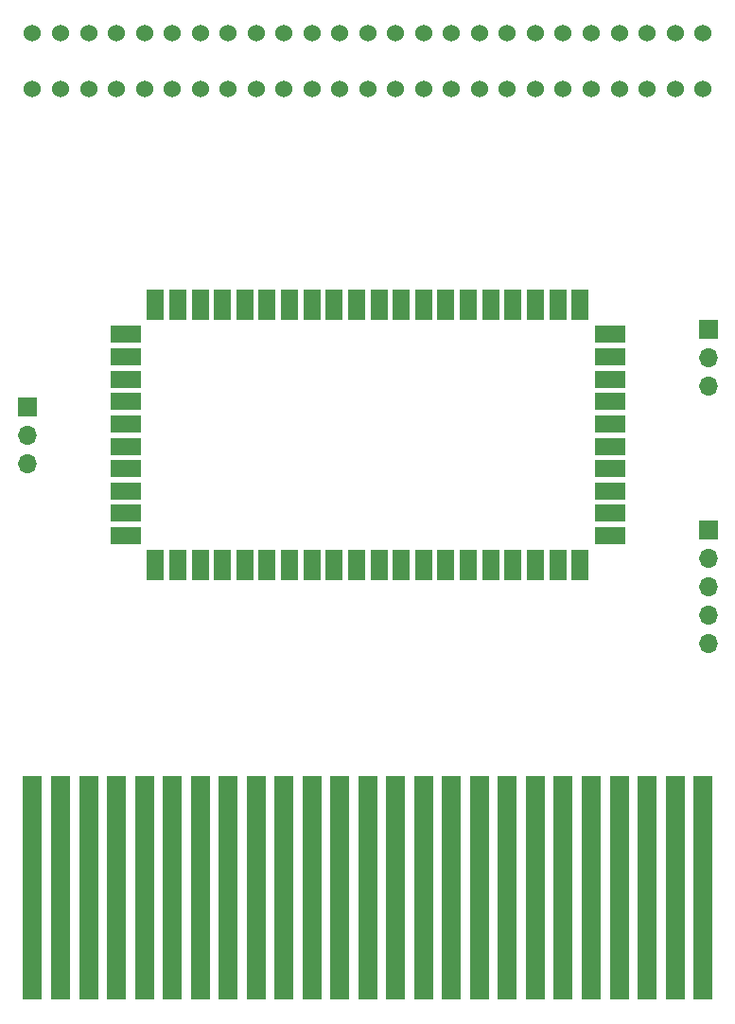
<source format=gbr>
%TF.GenerationSoftware,KiCad,Pcbnew,8.0.7*%
%TF.CreationDate,2024-12-26T20:26:29-06:00*%
%TF.ProjectId,n64_gamecat_rp2350b,6e36345f-6761-46d6-9563-61745f727032,rev?*%
%TF.SameCoordinates,Original*%
%TF.FileFunction,Soldermask,Top*%
%TF.FilePolarity,Negative*%
%FSLAX46Y46*%
G04 Gerber Fmt 4.6, Leading zero omitted, Abs format (unit mm)*
G04 Created by KiCad (PCBNEW 8.0.7) date 2024-12-26 20:26:29*
%MOMM*%
%LPD*%
G01*
G04 APERTURE LIST*
%ADD10R,1.800000X20.000000*%
%ADD11R,2.800000X1.500000*%
%ADD12C,1.350000*%
%ADD13O,1.350000X1.350000*%
%ADD14R,1.500000X2.800000*%
%ADD15R,1.700000X1.700000*%
%ADD16O,1.700000X1.700000*%
%ADD17C,1.524000*%
G04 APERTURE END LIST*
D10*
%TO.C,U3*%
X104000000Y-143000000D03*
X106500000Y-143000000D03*
X109000000Y-143000000D03*
X111500000Y-143000000D03*
X114000000Y-143000000D03*
X116500000Y-143000000D03*
X119000000Y-143000000D03*
X121500000Y-143000000D03*
X124000000Y-143000000D03*
X126500000Y-143000000D03*
X129000000Y-143000000D03*
X131500000Y-143000000D03*
X134000000Y-143000000D03*
X136500000Y-143000000D03*
X139000000Y-143000000D03*
X141500000Y-143000000D03*
X144000000Y-143000000D03*
X146500000Y-143000000D03*
X149000000Y-143000000D03*
X151500000Y-143000000D03*
X154000000Y-143000000D03*
X156500000Y-143000000D03*
X159000000Y-143000000D03*
X161500000Y-143000000D03*
X164000000Y-143000000D03*
%TD*%
D11*
%TO.C,U4*%
X155650000Y-111500000D03*
D12*
X155000000Y-111500000D03*
D11*
X155650000Y-109500000D03*
D13*
X155000000Y-109500000D03*
D11*
X155650000Y-107500000D03*
D13*
X155000000Y-107500000D03*
D11*
X155650000Y-105500000D03*
D13*
X155000000Y-105500000D03*
D11*
X155650000Y-103500000D03*
D13*
X155000000Y-103500000D03*
D11*
X155650000Y-101500000D03*
D13*
X155000000Y-101500000D03*
D11*
X155650000Y-99500000D03*
D13*
X155000000Y-99500000D03*
D11*
X155650000Y-97500000D03*
D13*
X155000000Y-97500000D03*
D11*
X155650000Y-95500000D03*
D13*
X155000000Y-95500000D03*
D11*
X155650000Y-93500000D03*
D13*
X155000000Y-93500000D03*
X153000000Y-91500000D03*
D14*
X153000000Y-90850000D03*
D13*
X151000000Y-91500000D03*
D14*
X151000000Y-90850000D03*
D13*
X149000000Y-91500000D03*
D14*
X149000000Y-90850000D03*
D13*
X147000000Y-91500000D03*
D14*
X147000000Y-90850000D03*
D13*
X145000000Y-91500000D03*
D14*
X145000000Y-90850000D03*
D13*
X143000000Y-91500000D03*
D14*
X143000000Y-90850000D03*
D13*
X141000000Y-91500000D03*
D14*
X141000000Y-90850000D03*
D13*
X139000000Y-91500000D03*
D14*
X139000000Y-90850000D03*
D13*
X137000000Y-91500000D03*
D14*
X137000000Y-90850000D03*
D13*
X135000000Y-91500000D03*
D14*
X135000000Y-90850000D03*
D13*
X133000000Y-91500000D03*
D14*
X133000000Y-90850000D03*
D13*
X131000000Y-91500000D03*
D14*
X131000000Y-90850000D03*
D13*
X129000000Y-91500000D03*
D14*
X129000000Y-90850000D03*
D13*
X127000000Y-91500000D03*
D14*
X127000000Y-90850000D03*
D13*
X125000000Y-91500000D03*
D14*
X125000000Y-90850000D03*
D13*
X123000000Y-91500000D03*
D14*
X123000000Y-90850000D03*
D13*
X121000000Y-91500000D03*
D14*
X121000000Y-90850000D03*
D13*
X119000000Y-91500000D03*
D14*
X119000000Y-90850000D03*
D13*
X117000000Y-91500000D03*
D14*
X117000000Y-90850000D03*
D13*
X115000000Y-91500000D03*
D14*
X115000000Y-90850000D03*
D13*
X113000000Y-93500000D03*
D11*
X112350000Y-93500000D03*
D13*
X113000000Y-95500000D03*
D11*
X112350000Y-95500000D03*
D13*
X113000000Y-97500000D03*
D11*
X112350000Y-97500000D03*
D13*
X113000000Y-99500000D03*
D11*
X112350000Y-99500000D03*
D13*
X113000000Y-101500000D03*
D11*
X112350000Y-101500000D03*
D13*
X113000000Y-103500000D03*
D11*
X112350000Y-103500000D03*
D13*
X113000000Y-105500000D03*
D11*
X112350000Y-105500000D03*
D13*
X113000000Y-107500000D03*
D11*
X112350000Y-107500000D03*
D13*
X113000000Y-109500000D03*
D11*
X112350000Y-109500000D03*
D13*
X113000000Y-111500000D03*
D11*
X112350000Y-111500000D03*
D14*
X115000000Y-114150000D03*
D13*
X115000000Y-113500000D03*
D14*
X117000000Y-114150000D03*
D13*
X117000000Y-113500000D03*
D14*
X119000000Y-114150000D03*
D13*
X119000000Y-113500000D03*
D14*
X121000000Y-114150000D03*
D13*
X121000000Y-113500000D03*
D14*
X123000000Y-114150000D03*
D13*
X123000000Y-113500000D03*
D14*
X125000000Y-114150000D03*
D13*
X125000000Y-113500000D03*
D14*
X127000000Y-114150000D03*
D13*
X127000000Y-113500000D03*
D14*
X129000000Y-114150000D03*
D13*
X129000000Y-113500000D03*
D14*
X131000000Y-114150000D03*
D13*
X131000000Y-113500000D03*
D14*
X133000000Y-114150000D03*
D13*
X133000000Y-113500000D03*
D14*
X135000000Y-114150000D03*
D13*
X135000000Y-113500000D03*
D14*
X137000000Y-114150000D03*
D13*
X137000000Y-113500000D03*
D14*
X139000000Y-114150000D03*
D13*
X139000000Y-113500000D03*
D14*
X141000000Y-114150000D03*
D13*
X141000000Y-113500000D03*
D14*
X143000000Y-114150000D03*
D13*
X143000000Y-113500000D03*
D14*
X145000000Y-114150000D03*
D13*
X145000000Y-113500000D03*
D14*
X147000000Y-114150000D03*
D13*
X147000000Y-113500000D03*
D14*
X149000000Y-114150000D03*
D13*
X149000000Y-113500000D03*
D14*
X151000000Y-114150000D03*
D13*
X151000000Y-113500000D03*
D14*
X153000000Y-114150000D03*
D13*
X153000000Y-113500000D03*
%TD*%
D15*
%TO.C,J3*%
X164500000Y-111000000D03*
D16*
X164500000Y-113540000D03*
X164500000Y-116080000D03*
X164500000Y-118620000D03*
X164500000Y-121160000D03*
%TD*%
D15*
%TO.C,J1*%
X164500000Y-93000000D03*
D16*
X164500000Y-95540000D03*
X164500000Y-98080000D03*
%TD*%
D15*
%TO.C,J2*%
X103500000Y-100000000D03*
D16*
X103500000Y-102540000D03*
X103500000Y-105080000D03*
%TD*%
D17*
%TO.C,U2*%
X104000000Y-71500000D03*
X106500000Y-71500000D03*
X109000000Y-71500000D03*
X111500000Y-71500000D03*
X114000000Y-71500000D03*
X116500000Y-71500000D03*
X119000000Y-71500000D03*
X121500000Y-71500000D03*
X124000000Y-71500000D03*
X126500000Y-71500000D03*
X129000000Y-71500000D03*
X131500000Y-71500000D03*
X134000000Y-71500000D03*
X136500000Y-71500000D03*
X139000000Y-71500000D03*
X141500000Y-71500000D03*
X144000000Y-71500000D03*
X146500000Y-71500000D03*
X149000000Y-71500000D03*
X151500000Y-71500000D03*
X154000000Y-71500000D03*
X156500000Y-71500000D03*
X159000000Y-71500000D03*
X161500000Y-71500000D03*
X164000000Y-71500000D03*
X104000000Y-66500000D03*
X106500000Y-66500000D03*
X109000000Y-66500000D03*
X111500000Y-66500000D03*
X114000000Y-66500000D03*
X116500000Y-66500000D03*
X119000000Y-66500000D03*
X121500000Y-66500000D03*
X124000000Y-66500000D03*
X126500000Y-66500000D03*
X129000000Y-66500000D03*
X131500000Y-66500000D03*
X134000000Y-66500000D03*
X136500000Y-66500000D03*
X139000000Y-66500000D03*
X141500000Y-66500000D03*
X144000000Y-66500000D03*
X146500000Y-66500000D03*
X149000000Y-66500000D03*
X151500000Y-66500000D03*
X154000000Y-66500000D03*
X156500000Y-66500000D03*
X159000000Y-66500000D03*
X161500000Y-66500000D03*
X164000000Y-66500000D03*
%TD*%
M02*

</source>
